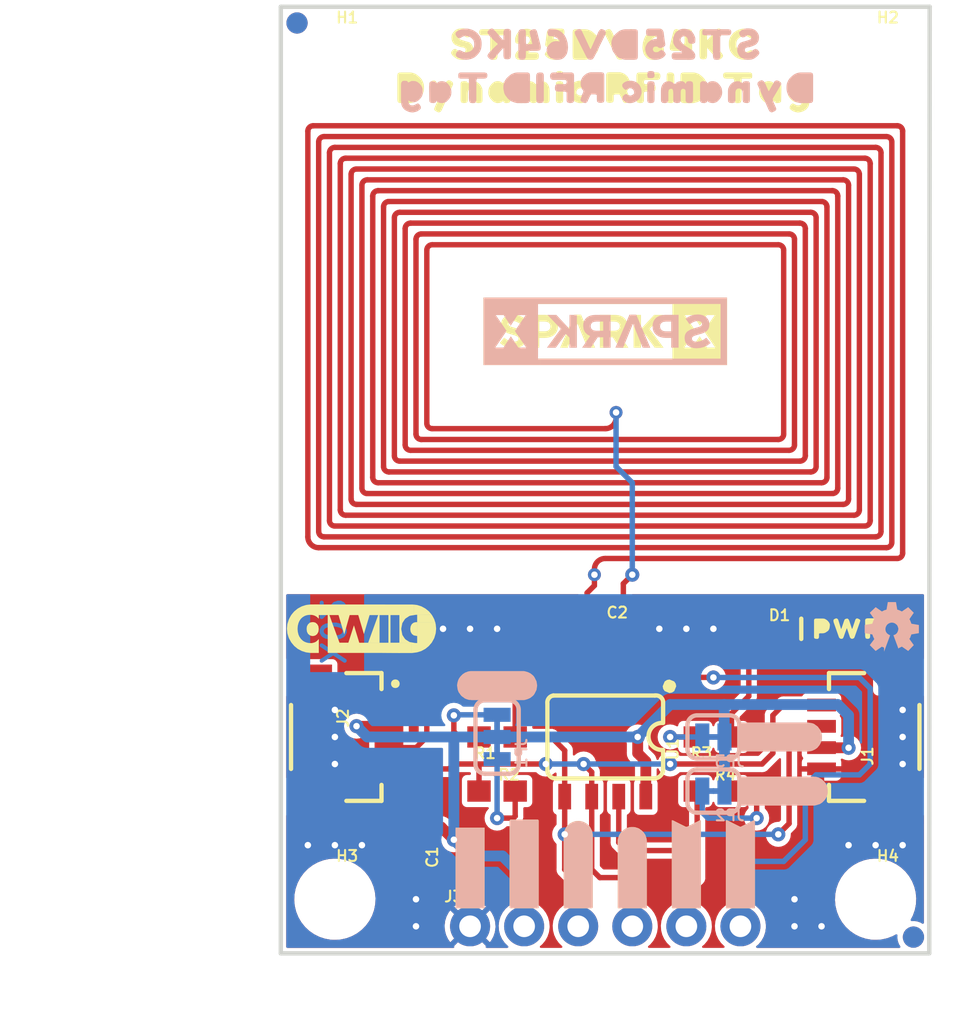
<source format=kicad_pcb>
(kicad_pcb (version 20211014) (generator pcbnew)
  (layers (0 "F.Cu" signal) (31 "B.Cu" signal) (34 "B.Paste" user) (35 "F.Paste" user) (36 "B.SilkS" user "B.Silkscreen") (37 "F.SilkS" user "F.Silkscreen") (38 "B.Mask" user) (39 "F.Mask" user) (44 "Edge.Cuts" user))
  (net 0 "")
  (net 1 "GND")
  (net 2 "3.3V")
  (net 3 "SCL")
  (net 4 "SDA")
  (net 5 "N$2")
  (net 6 "N$3")
  (net 7 "N$1")
  (net 8 "N$4")
  (net 9 "AC0")
  (net 10 "AC1")
  (net 11 "VEH")
  (net 12 "~{GPO}")
  (net 13 "N$5")
  (footprint "eagleBoard:FIDUCIAL-1X2" (layer "F.Cu") (at 162.9791 126.4666)
    (fp_text reference "FD4" hide)
    (fp_text value "FIDUCIAL1X2" hide)
    (pad "1" smd roundrect (at 0 0) (size 1 1) (layers "F.Cu" "F.Mask") (roundrect_rratio 0.5))
  )
  (footprint "eagleBoard:#SDA#5" (layer "F.Cu") (at 147.2311 125.4506 90)
    (fp_text reference "U$5" hide)
    (fp_text value "" hide)
  )
  (footprint "eagleBoard:DYNAMIC_RFID_TAG0" (layer "F.Cu") (at 148.5011 86.5886)
    (fp_text reference "U$10" hide)
    (fp_text value "" hide)
  )
  (footprint "eagleBoard:0603" (layer "F.Cu") (at 153.5811 119.6086)
    (fp_text reference "R4" (at 0 -0.762) (layer "F.SilkS") (effects (font (size 0.512064 0.512064) (thickness 0.097536)) (justify left)))
    (fp_text value "10k")
    (pad "1" smd rect (at -0.85 0) (size 1.1 1) (layers "F.Cu" "F.Paste" "F.Mask") (net 12 "~{GPO}"))
    (pad "2" smd rect (at 0.85 0) (size 1.1 1) (layers "F.Cu" "F.Paste" "F.Mask") (net 13 "N$5"))
  )
  (footprint "eagleBoard:STAND-OFF" (layer "F.Cu") (at 161.2011 124.6886)
    (fp_text reference "H4" (at 0 -2.032) (layer "F.SilkS") (effects (font (size 0.512064 0.512064) (thickness 0.097536)) (justify left)))
    (fp_text value "STAND-OFF")
    (pad "" np_thru_hole circle (at 0 0) (size 3.302 3.302) (drill 3.302) (layers *.Cu *.Mask))
  )
  (footprint "eagleBoard:##GPO##8" (layer "F.Cu") (at 152.3111 125.4506 90)
    (fp_text reference "U$7" hide)
    (fp_text value "" hide)
  )
  (footprint "eagleBoard:STAND-OFF" (layer "F.Cu") (at 161.2011 85.3186)
    (fp_text reference "H2" (at 0 -2.032) (layer "F.SilkS") (effects (font (size 0.512064 0.512064) (thickness 0.097536)) (justify left)))
    (fp_text value "STAND-OFF")
    (pad "" np_thru_hole circle (at 0 0) (size 3.302 3.302) (drill 3.302) (layers *.Cu *.Mask))
  )
  (footprint "eagleBoard:0603" (layer "F.Cu") (at 139.6111 122.1486 -90)
    (fp_text reference "C1" (at 0 -0.762 90) (layer "F.SilkS") (effects (font (size 0.512064 0.512064) (thickness 0.097536)) (justify right)))
    (fp_text value "0.1uF")
    (pad "1" smd rect (at -0.85 0 270) (size 1.1 1) (layers "F.Cu" "F.Paste" "F.Mask") (net 2 "3.3V"))
    (pad "2" smd rect (at 0.85 0 270) (size 1.1 1) (layers "F.Cu" "F.Paste" "F.Mask") (net 1 "GND"))
  )
  (footprint "eagleBoard:PCB_4UH_INDUCTOR" (layer "F.Cu") (at 148.5011 109.4486)
    (fp_text reference "L1" hide)
    (fp_text value "PCB_4UH_INDUCTOR" hide)
    (fp_line (start 10.668 -18.034) (end -10.668 -18.034) (layer "F.Cu") (width 0.254))
    (fp_line (start -9.144 -5.842) (end 8.636 -5.842) (layer "F.Cu") (width 0.254))
    (fp_line (start 9.652 -17.018) (end -9.652 -17.018) (layer "F.Cu") (width 0.254))
    (fp_line (start 13.208 -20.574) (end -13.208 -20.574) (layer "F.Cu") (width 0.254))
    (fp_line (start 8.89 -6.096) (end 8.89 -15.748) (layer "F.Cu") (width 0.254))
    (fp_line (start -8.382 -15.24) (end -8.382 -7.112) (layer "F.Cu") (width 0.254))
    (fp_line (start -9.906 -16.764) (end -9.906 -5.588) (layer "F.Cu") (width 0.254))
    (fp_line (start 8.382 -6.604) (end 8.382 -15.24) (layer "F.Cu") (width 0.254))
    (fp_line (start 12.954 -2.032) (end 12.954 -19.812) (layer "F.Cu") (width 0.254))
    (fp_line (start -11.176 -3.81) (end 10.668 -3.81) (layer "F.Cu") (width 0.254))
    (fp_line (start -9.398 -16.256) (end -9.398 -6.096) (layer "F.Cu") (width 0.254))
    (fp_line (start 13.462 -1.524) (end 13.462 -20.32) (layer "F.Cu") (width 0.254))
    (fp_line (start 11.938 -3.048) (end 11.938 -18.796) (layer "F.Cu") (width 0.254))
    (fp_line (start -12.7 -2.286) (end 12.192 -2.286) (layer "F.Cu") (width 0.254))
    (fp_line (start -0.508 -0.254) (end -0.508 0) (layer "F.Cu") (width 0.254))
    (fp_line (start -13.97 -20.828) (end -13.97 -1.778) (layer "F.Cu") (width 0.254))
    (fp_line (start -8.128 -6.858) (end 0 -6.858) (layer "F.Cu") (width 0.254))
    (fp_line (start -11.684 -3.302) (end 11.176 -3.302) (layer "F.Cu") (width 0.254))
    (fp_line (start 13.97 -1.016) (end 13.97 -20.828) (layer "F.Cu") (width 0.254))
    (fp_line (start 11.43 -3.556) (end 11.43 -18.288) (layer "F.Cu") (width 0.254))
    (fp_line (start 0.508 -7.366) (end 0.508 -7.62) (layer "F.Cu") (width 0.254))
    (fp_line (start -12.192 -2.794) (end 11.684 -2.794) (layer "F.Cu") (width 0.254))
    (fp_line (start 12.7 -20.066) (end -12.7 -20.066) (layer "F.Cu") (width 0.254))
    (fp_line (start -13.462 -1.27) (end 13.208 -1.27) (layer "F.Cu") (width 0.254))
    (fp_line (start 12.192 -19.558) (end -12.192 -19.558) (layer "F.Cu") (width 0.254))
    (fp_line (start -8.89 -15.748) (end -8.89 -6.604) (layer "F.Cu") (width 0.254))
    (fp_line (start 10.922 -4.064) (end 10.922 -17.78) (layer "F.Cu") (width 0.254))
    (fp_line (start 9.906 -5.08) (end 9.906 -16.764) (layer "F.Cu") (width 0.254))
    (fp_line (start -8.636 -6.35) (end 8.128 -6.35) (layer "F.Cu") (width 0.254))
    (fp_line (start -11.43 -18.288) (end -11.43 -4.064) (layer "F.Cu") (width 0.254))
    (fp_line (start 11.176 -18.542) (end -11.176 -18.542) (layer "F.Cu") (width 0.254))
    (fp_line (start 10.16 -17.526) (end -10.16 -17.526) (layer "F.Cu") (width 0.254))
    (fp_line (start -10.922 -17.78) (end -10.922 -4.572) (layer "F.Cu") (width 0.254))
    (fp_line (start 0 -0.762) (end 13.716 -0.762) (layer "F.Cu") (width 0.254))
    (fp_line (start -12.954 -19.812) (end -12.954 -2.54) (layer "F.Cu") (width 0.254))
    (fp_line (start 13.716 -21.082) (end -13.716 -21.082) (layer "F.Cu") (width 0.254))
    (fp_line (start 11.684 -19.05) (end -11.684 -19.05) (layer "F.Cu") (width 0.254))
    (fp_line (start 9.144 -16.51) (end -9.144 -16.51) (layer "F.Cu") (width 0.254))
    (fp_line (start -13.462 -20.32) (end -13.462 -2.032) (layer "F.Cu") (width 0.254))
    (fp_line (start -10.414 -17.272) (end -10.414 -5.08) (layer "F.Cu") (width 0.254))
    (fp_line (start 10.414 -4.572) (end 10.414 -17.272) (layer "F.Cu") (width 0.254))
    (fp_line (start 12.446 -2.54) (end 12.446 -19.304) (layer "F.Cu") (width 0.254))
    (fp_line (start -11.938 -18.796) (end -11.938 -3.556) (layer "F.Cu") (width 0.254))
    (fp_line (start 8.636 -16.002) (end -8.636 -16.002) (layer "F.Cu") (width 0.254))
    (fp_line (start -10.16 -4.826) (end 9.652 -4.826) (layer "F.Cu") (width 0.254))
    (fp_line (start -9.652 -5.334) (end 9.144 -5.334) (layer "F.Cu") (width 0.254))
    (fp_line (start 8.128 -15.494) (end -8.128 -15.494) (layer "F.Cu") (width 0.254))
    (fp_line (start -10.668 -4.318) (end 10.16 -4.318) (layer "F.Cu") (width 0.254))
    (fp_line (start -13.208 -1.778) (end 12.7 -1.778) (layer "F.Cu") (width 0.254))
    (fp_line (start -12.446 -19.304) (end -12.446 -3.048) (layer "F.Cu") (width 0.254))
    (fp_line (start 9.398 -5.588) (end 9.398 -16.256) (layer "F.Cu") (width 0.254))
    (fp_arc (start 8.636 -16.002) (mid 8.815605 -15.927605) (end 8.89 -15.748) (layer "F.Cu") (width 0.254))
    (fp_arc (start -13.462 -1.27) (mid -13.82121 -1.41879) (end -13.97 -1.778) (layer "F.Cu") (width 0.254))
    (fp_arc (start 8.89 -6.096) (mid 8.815605 -5.916395) (end 8.636 -5.842) (layer "F.Cu") (width 0.254))
    (fp_arc (start 8.382 -6.604) (mid 8.307605 -6.424395) (end 8.128 -6.35) (layer "F.Cu") (width 0.254))
    (fp_arc (start 12.7 -20.066) (mid 12.879605 -19.991605) (end 12.954 -19.812) (layer "F.Cu") (width 0.254))
    (fp_arc (start -11.176 -3.81) (mid -11.355605 -3.884395) (end -11.43 -4.064) (layer "F.Cu") (width 0.254))
    (fp_arc (start -8.382 -15.24) (mid -8.307605 -15.419605) (end -8.128 -15.494) (layer "F.Cu") (width 0.254))
    (fp_arc (start -10.16 -4.826) (mid -10.339605 -4.900395) (end -10.414 -5.08) (layer "F.Cu") (width 0.254))
    (fp_arc (start -10.414 -17.272) (mid -10.339605 -17.451605) (end -10.16 -17.526) (layer "F.Cu") (width 0.254))
    (fp_arc (start 10.16 -17.526) (mid 10.339605 -17.451605) (end 10.414 -17.272) (layer "F.Cu") (width 0.254))
    (fp_arc (start 13.208 -20.574) (mid 13.387605 -20.499605) (end 13.462 -20.32) (layer "F.Cu") (width 0.254))
    (fp_arc (start -9.144 -5.842) (mid -9.323605 -5.916395) (end -9.398 -6.096) (layer "F.Cu") (width 0.254))
    (fp_arc (start -13.97 -20.828) (mid -13.895605 -21.007605) (end -13.716 -21.082) (layer "F.Cu") (width 0.254))
    (fp_arc (start -12.446 -19.304) (mid -12.371605 -19.483605) (end -12.192 -19.558) (layer "F.Cu") (width 0.254))
    (fp_arc (start 10.668 -18.034) (mid 10.847605 -17.959605) (end 10.922 -17.78) (layer "F.Cu") (width 0.254))
    (fp_arc (start 0.508 -7.366) (mid 0.35921 -7.00679) (end 0 -6.858) (layer "F.Cu") (width 0.254))
    (fp_arc (start -9.652 -5.334) (mid -9.831605 -5.408395) (end -9.906 -5.588) (layer "F.Cu") (width 0.254))
    (fp_arc (start -10.922 -17.78) (mid -10.847605 -17.959605) (end -10.668 -18.034) (layer "F.Cu") (width 0.254))
    (fp_arc (start -12.192 -2.794) (mid -12.371605 -2.868395) (end -12.446 -3.048) (layer "F.Cu") (width 0.254))
    (fp_arc (start 9.652 -17.018) (mid 9.831605 -16.943605) (end 9.906 -16.764) (layer "F.Cu") (width 0.254))
    (fp_arc (start -9.398 -16.256) (mid -9.323605 -16.435605) (end -9.144 -16.51) (layer "F.Cu") (width 0.254))
    (fp_arc (start 10.922 -4.064) (mid 10.847605 -3.884395) (end 10.668 -3.81) (layer "F.Cu") (width 0.254))
    (fp_arc (start -12.7 -2.286) (mid -12.879605 -2.360395) (end -12.954 -2.54) (layer "F.Cu") (width 0.254))
    (fp_arc (start 11.684 -19.05) (mid 11.863605 -18.975605) (end 11.938 -18.796) (layer "F.Cu") (width 0.254))
    (fp_arc (start -8.89 -15.748) (mid -8.815605 -15.927605) (end -8.636 -16.002) (layer "F.Cu") (width 0.254))
    (fp_arc (start -0.508001 -0.253999) (mid -0.359211 -0.61321) (end 0 -0.762) (layer "F.Cu") (width 0.254))
    (fp_arc (start -11.684 -3.302) (mid -11.863605 -3.376395) (end -11.938 -3.556) (layer "F.Cu") (width 0.254))
    (fp_arc (start 13.462 -1.524) (mid 13.387605 -1.344395) (end 13.208 -1.27) (layer "F.Cu") (width 0.254))
    (fp_arc (start 11.176 -18.542) (mid 11.355605 -18.467605) (end 11.43 -18.288) (layer "F.Cu") (width 0.254))
    (fp_arc (start 9.398 -5.588) (mid 9.323605 -5.408395) (end 9.144 -5.334) (layer "F.Cu") (width 0.254))
    (fp_arc (start -13.462 -20.32) (mid -13.387605 -20.499605) (end -13.208 -20.574) (layer "F.Cu") (width 0.254))
    (fp_arc (start -13.208 -1.778) (mid -13.387605 -1.852395) (end -13.462 -2.032) (layer "F.Cu") (width 0.254))
    (fp_arc (start 13.97 -1.016) (mid 13.895605 -0.836395) (end 13.716 -0.762) (layer "F.Cu") (width 0.254))
    (fp_arc (start -11.43 -18.288) (mid -11.355605 -18.467605) (end -11.176 -18.542) (layer "F.Cu") (width 0.254))
    (fp_arc (start 12.446 -2.54) (mid 12.371605 -2.360395) (end 12.192 -2.286) (layer "F.Cu") (width 0.254))
    (fp_arc (start -11.938 -18.796) (mid -11.863605 -18.975605) (end -11.684 -19.05) (layer "F.Cu") (width 0.254))
    (fp_arc (start -9.906 -16.764) (mid -9.831605 -16.943605) (end -9.652 -17.018) (layer "F.Cu") (width 0.254))
    (fp_arc (start 8.128 -15.494) (mid 8.307605 -15.419605) (end 8.382 -15.24) (layer "F.Cu") (width 0.254))
    (fp_arc (start 11.43 -3.556) (mid 11.355605 -3.376395) (end 11.176 -3.302) (layer "F.Cu") (width 0.254))
    (fp_arc (start 10.414 -4.572) (mid 10.339605 -4.392395) (end 10.16 -4.318) (layer "F.Cu") (width 0.254))
    (fp_arc (start 12.192 -19.558) (mid 12.371605 -19.483605) (end 12.446 -19.304) (layer "F.Cu") (width 0.254))
    (fp_arc (start 9.906 -5.08) (mid 9.831605 -4.900395) (end 9.652 -4.826) (layer "F.Cu") (width 0.254))
    (fp_arc (start 13.716 -21.082) (mid 13.895605 -21.007605) (end 13.97 -20.828) (layer "F.Cu") (width 0.254))
    (fp_arc (start -8.128 -6.858) (mid -8.307605 -6.932395) (end -8.382 -7.112) (layer "F.Cu") (width 0.254))
    (fp_arc (start -8.636 -6.35) (mid -8.815605 -6.424395) (end -8.89 -6.604) (layer "F.Cu") (width 0.254))
    (fp_arc (start 12.954 -2.032) (mid 12.879605 -1.852395) (end 12.7 -1.778) (layer "F.Cu") (width 0.254))
    (fp_arc (start 11.938 -3.048) (mid 11.863605 -2.868395) (end 11.684 -2.794) (layer "F.Cu") (width 0.254))
    (fp_arc (start -12.954 -19.812) (mid -12.879605 -19.991605) (end -12.7 -20.066) (layer "F.Cu") (width 0.254))
    (fp_arc (start -10.668 -4.318) (mid -10.847605 -4.392395) (end -10.922 -4.572) (layer "F.Cu") (width 0.254))
    (fp_arc (start 9.144 -16.51) (mid 9.323605 -16.435605) (end 9.398 -16.256) (layer "F.Cu") (width 0.254))
    (pad "IN1" thru_hole circle (at 0.508 -7.62) (size 0.6096 0.6096) (drill 0.3048) (layers *.Cu) (net 9 "AC0"))
    (pad "IN2" thru_hole circle (at -0.508 0) (size 0.6096 0.6096) (drill 0.3048) (layers *.Cu) (net 10 "AC1"))
  )
  (footprint "eagleBoard:0603" (layer "F.Cu") (at 143.4211 119.6086)
    (fp_text reference "R2" (at 0 -0.762) (layer "F.SilkS") (effects (font (size 0.512064 0.512064) (thickness 0.097536)) (justify left)))
    (fp_text value "2.2k")
    (pad "1" smd rect (at -0.85 0) (size 1.1 1) (layers "F.Cu" "F.Paste" "F.Mask") (net 3 "SCL"))
    (pad "2" smd rect (at 0.85 0) (size 1.1 1) (layers "F.Cu" "F.Paste" "F.Mask") (net 6 "N$3"))
  )
  (footprint "eagleBoard:JST04_1MM_RA" (layer "F.Cu") (at 138.3411 117.0686 -90)
    (fp_text reference "J2" (at -1.397 2.159 90) (layer "F.SilkS") (effects (font (size 0.512064 0.512064) (thickness 0.097536)) (justify right)))
    (fp_text value "Qwiic")
    (pad "1" smd rect (at -1.5 0 270) (size 0.6 1.35) (layers "F.Cu" "F.Paste" "F.Mask") (net 1 "GND"))
    (pad "2" smd rect (at -0.5 0 270) (size 0.6 1.35) (layers "F.Cu" "F.Paste" "F.Mask") (net 2 "3.3V"))
    (pad "3" smd rect (at 0.5 0 270) (size 0.6 1.35) (layers "F.Cu" "F.Paste" "F.Mask") (net 4 "SDA"))
    (pad "4" smd rect (at 1.5 0 270) (size 0.6 1.35) (layers "F.Cu" "F.Paste" "F.Mask") (net 3 "SCL"))
    (pad "NC1" smd rect (at 2.8 3.675 270) (size 1.2 2) (layers "F.Cu" "F.Paste" "F.Mask"))
    (pad "NC2" smd rect (at -2.8 3.675 270) (size 1.2 2) (layers "F.Cu" "F.Paste" "F.Mask"))
  )
  (footprint "eagleBoard:#VEH#7" (layer "F.Cu") (at 154.8511 125.4506 90)
    (fp_text reference "U$8" hide)
    (fp_text value "" hide)
  )
  (footprint "eagleBoard:STAND-OFF" (layer "F.Cu") (at 135.8011 85.3186)
    (fp_text reference "H1" (at 0 -2.032) (layer "F.SilkS") (effects (font (size 0.512064 0.512064) (thickness 0.097536)) (justify left)))
    (fp_text value "STAND-OFF")
    (pad "" np_thru_hole circle (at 0 0) (size 3.302 3.302) (drill 3.302) (layers *.Cu *.Mask))
  )
  (footprint "eagleBoard:0603" (layer "F.Cu") (at 148.5011 111.9886)
    (fp_text reference "C2" (at 0 -0.762) (layer "F.SilkS") (effects (font (size 0.512064 0.512064) (thickness 0.097536)) (justify left)))
    (fp_text value "4.7pF")
    (pad "1" smd rect (at -0.85 0) (size 1.1 1) (layers "F.Cu" "F.Paste" "F.Mask") (net 10 "AC1"))
    (pad "2" smd rect (at 0.85 0) (size 1.1 1) (layers "F.Cu" "F.Paste" "F.Mask") (net 9 "AC0"))
  )
  (footprint "eagleBoard:JST04_1MM_RA" (layer "F.Cu") (at 158.6611 117.0686 90)
    (fp_text reference "J1" (at -1.397 2.159 90) (layer "F.SilkS") (effects (font (size 0.512064 0.512064) (thickness 0.097536)) (justify left)))
    (fp_text value "Qwiic")
    (pad "1" smd rect (at -1.5 0 90) (size 0.6 1.35) (layers "F.Cu" "F.Paste" "F.Mask") (net 1 "GND"))
    (pad "2" smd rect (at -0.5 0 90) (size 0.6 1.35) (layers "F.Cu" "F.Paste" "F.Mask") (net 2 "3.3V"))
    (pad "3" smd rect (at 0.5 0 90) (size 0.6 1.35) (layers "F.Cu" "F.Paste" "F.Mask") (net 4 "SDA"))
    (pad "4" smd rect (at 1.5 0 90) (size 0.6 1.35) (layers "F.Cu" "F.Paste" "F.Mask") (net 3 "SCL"))
    (pad "NC1" smd rect (at 2.8 3.675 90) (size 1.2 2) (layers "F.Cu" "F.Paste" "F.Mask"))
    (pad "NC2" smd rect (at -2.8 3.675 90) (size 1.2 2) (layers "F.Cu" "F.Paste" "F.Mask"))
  )
  (footprint "eagleBoard:ST25DV64KC5984" (layer "F.Cu") (at 148.5011 84.5566)
    (fp_text reference "U$13" hide)
    (fp_text value "" hide)
  )
  (footprint "eagleBoard:#GND#4" (layer "F.Cu") (at 142.1511 125.4506 90)
    (fp_text reference "U$4" hide)
    (fp_text value "" hide)
  )
  (footprint "eagleBoard:0603" (layer "F.Cu") (at 143.4211 117.0686 180)
    (fp_text reference "R1" (at 0 -0.762) (layer "F.SilkS") (effects (font (size 0.512064 0.512064) (thickness 0.097536)) (justify right)))
    (fp_text value "2.2k")
    (pad "1" smd rect (at -0.85 0 180) (size 1.1 1) (layers "F.Cu" "F.Paste" "F.Mask") (net 4 "SDA"))
    (pad "2" smd rect (at 0.85 0 180) (size 1.1 1) (layers "F.Cu" "F.Paste" "F.Mask") (net 5 "N$2"))
  )
  (footprint "eagleBoard:PWR11" (layer "F.Cu") (at 159.9311 111.9886)
    (fp_text reference "U$9" hide)
    (fp_text value "" hide)
  )
  (footprint "eagleBoard:SPARKX-LARGE" (layer "F.Cu") (at 148.5011 98.0186)
    (fp_text reference "U$1" hide)
    (fp_text value "SPARKX-LOGO5" hide)
  )
  (footprint "eagleBoard:SO08" (layer "F.Cu") (at 148.5011 117.0686 180)
    (fp_text reference "U1" (at -3.175 0 90) (layer "F.SilkS") (effects (font (size 0.512064 0.512064) (thickness 0.097536)) (justify right)))
    (fp_text value "ST25DV64KC")
    (pad "1" smd rect (at -1.905 2.8 180) (size 0.6 1.2) (layers "F.Cu" "F.Paste" "F.Mask") (net 11 "VEH"))
    (pad "2" smd rect (at -0.635 2.8 180) (size 0.6 1.2) (layers "F.Cu" "F.Paste" "F.Mask") (net 9 "AC0"))
    (pad "3" smd rect (at 0.635 2.8 180) (size 0.6 1.2) (layers "F.Cu" "F.Paste" "F.Mask") (net 10 "AC1"))
    (pad "4" smd rect (at 1.905 2.8 180) (size 0.6 1.2) (layers "F.Cu" "F.Paste" "F.Mask") (net 1 "GND"))
    (pad "5" smd rect (at 1.905 -2.8 180) (size 0.6 1.2) (layers "F.Cu" "F.Paste" "F.Mask") (net 4 "SDA"))
    (pad "6" smd rect (at 0.635 -2.8 180) (size 0.6 1.2) (layers "F.Cu" "F.Paste" "F.Mask") (net 3 "SCL"))
    (pad "7" smd rect (at -0.635 -2.8 180) (size 0.6 1.2) (layers "F.Cu" "F.Paste" "F.Mask") (net 12 "~{GPO}"))
    (pad "8" smd rect (at -1.905 -2.8 180) (size 0.6 1.2) (layers "F.Cu" "F.Paste" "F.Mask") (net 2 "3.3V"))
  )
  (footprint "eagleBoard:#3#3V#0" (layer "F.Cu") (at 144.6911 125.4506 90)
    (fp_text reference "U$3" hide)
    (fp_text value "" hide)
  )
  (footprint "eagleBoard:QWIIC_7MM" (layer "F.Cu") (at 137.0711 111.9886)
    (fp_text reference "LOGO3" hide)
    (fp_text value "QWIIC_LOGO_7MM" hide)
  )
  (footprint "eagleBoard:1X06_NO_SILK" (layer "F.Cu") (at 142.1511 125.9586)
    (fp_text reference "J3" (at -1.27 -1.397) (layer "F.SilkS") (effects (font (size 0.512064 0.512064) (thickness 0.097536)) (justify left)))
    (fp_text value "")
    (pad "1" thru_hole circle (at 0 0 90) (size 1.8796 1.8796) (drill 1.016) (layers *.Cu *.Mask) (net 1 "GND"))
    (pad "2" thru_hole circle (at 2.54 0 90) (size 1.8796 1.8796) (drill 1.016) (layers *.Cu *.Mask) (net 2 "3.3V"))
    (pad "3" thru_hole circle (at 5.08 0 90) (size 1.8796 1.8796) (drill 1.016) (layers *.Cu *.Mask) (net 4 "SDA"))
    (pad "4" thru_hole circle (at 7.62 0 90) (size 1.8796 1.8796) (drill 1.016) (layers *.Cu *.Mask) (net 3 "SCL"))
    (pad "5" thru_hole circle (at 10.16 0 90) (size 1.8796 1.8796) (drill 1.016) (layers *.Cu *.Mask) (net 12 "~{GPO}"))
    (pad "6" thru_hole circle (at 12.7 0 90) (size 1.8796 1.8796) (drill 1.016) (layers *.Cu *.Mask) (net 11 "VEH"))
  )
  (footprint "eagleBoard:FIDUCIAL-1X2" (layer "F.Cu") (at 134.0231 83.5406)
    (fp_text reference "FD2" hide)
    (fp_text value "FIDUCIAL1X2" hide)
    (pad "1" smd roundrect (at 0 0) (size 1 1) (layers "F.Cu" "F.Mask") (roundrect_rratio 0.5))
  )
  (footprint "eagleBoard:#SCL#6" (layer "F.Cu") (at 149.7711 125.4506 90)
    (fp_text reference "U$6" hide)
    (fp_text value "" hide)
  )
  (footprint "eagleBoard:0603" (layer "F.Cu") (at 153.5811 117.0686 180)
    (fp_text reference "R3" (at 0 -0.762) (layer "F.SilkS") (effects (font (size 0.512064 0.512064) (thickness 0.097536)) (justify right)))
    (fp_text value "1k")
    (pad "1" smd rect (at -0.85 0 180) (size 1.1 1) (layers "F.Cu" "F.Paste" "F.Mask") (net 8 "N$4"))
    (pad "2" smd rect (at 0.85 0 180) (size 1.1 1) (layers "F.Cu" "F.Paste" "F.Mask") (net 7 "N$1"))
  )
  (footprint "eagleBoard:STAND-OFF" (layer "F.Cu") (at 135.8011 124.6886)
    (fp_text reference "H3" (at 0 -2.032) (layer "F.SilkS") (effects (font (size 0.512064 0.512064) (thickness 0.097536)) (justify left)))
    (fp_text value "STAND-OFF")
    (pad "" np_thru_hole circle (at 0 0) (size 3.302 3.302) (drill 3.302) (layers *.Cu *.Mask))
  )
  (footprint "eagleBoard:DUMMY" (layer "F.Cu") (at 133.2611 127.2286)
    (fp_text reference "FRAME1" hide)
    (fp_text value "FRAME-LETTERNO_PACKAGE" hide)
  )
  (footprint "eagleBoard:LED-0603" (layer "F.Cu") (at 156.1211 111.9886)
    (fp_text reference "D1" (at 0 -0.635) (layer "F.SilkS") (effects (font (size 0.512064 0.512064) (thickness 0.097536)) (justify left)))
    (fp_text value "RED")
    (pad "A" smd roundrect (at -0.877 0 270) (size 1 1) (layers "F.Cu" "F.Paste" "F.Mask") (roundrect_rratio 0.15) (net 8 "N$4"))
    (pad "C" smd roundrect (at 0.877 0 270) (size 1 1) (layers "F.Cu" "F.Paste" "F.Mask") (roundrect_rratio 0.15) (net 1 "GND"))
  )
  (footprint "eagleBoard:SMT-JUMPER_3_2-NC_TRACE_SILK" (layer "B.Cu") (at 143.4211 117.0686 90)
    (fp_text reference "JP1" (at 0 1.143 90) (layer "B.SilkS") (effects (font (size 0.512064 0.512064) (thickness 0.097536)) (justify left mirror)))
    (fp_text value "JUMPER-SMT_3_2-NC_TRACE_SILK")
    (fp_poly (pts (xy 0.53975 -0.13335) (xy -0.53975 -0.13335) (xy -0.53975 0.13335) (xy 0.53975 0.13335)) (layer "B.Cu") (width 0) (fill solid))
    (fp_poly (pts (xy 1.23825 -0.13335) (xy 0.50165 -0.13335) (xy 0.50165 0.13335) (xy 1.23825 0.13335)) (layer "B.Cu") (width 0) (fill solid))
    (fp_poly (pts (xy -0.50165 -0.13335) (xy -1.23825 -0.13335) (xy -1.23825 0.13335) (xy -0.50165 0.13335)) (layer "B.Cu") (width 0) (fill solid))
    (pad "1" smd rect (at -1.0414 0 90) (size 0.6604 1.27) (layers "B.Cu" "B.Mask") (net 6 "N$3"))
    (pad "2" smd rect (at 0 0 90) (size 0.6604 1.27) (layers "B.Cu" "B.Mask") (net 2 "3.3V"))
    (pad "3" smd rect (at 1.0414 0 90) (size 0.6604 1.27) (layers "B.Cu" "B.Mask") (net 5 "N$2"))
  )
  (footprint "eagleBoard:##GPO##8" (layer "B.Cu") (at 152.3111 125.4506 90)
    (fp_text reference "U$22" hide)
    (fp_text value "" hide)
  )
  (footprint "eagleBoard:FIDUCIAL-1X2" (layer "B.Cu") (at 134.0231 83.5406 180)
    (fp_text reference "FD1" hide)
    (fp_text value "FIDUCIAL1X2" hide)
    (pad "1" smd roundrect (at 0 0 180) (size 1 1) (layers "B.Cu" "B.Mask") (roundrect_rratio 0.5))
  )
  (footprint "eagleBoard:#VEH#7" (layer "B.Cu") (at 154.8511 125.4506 90)
    (fp_text reference "U$23" hide)
    (fp_text value "" hide)
  )
  (footprint "eagleBoard:SPARKX-LARGE" (layer "B.Cu") (at 148.5011 98.0186 180)
    (fp_text reference "U$2" hide)
    (fp_text value "SPARKX-LOGO5" hide)
  )
  (footprint "eagleBoard:DYNAMIC_RFID_TAG0" (layer "B.Cu") (at 148.5011 86.5886 180)
    (fp_text reference "U$11" hide)
    (fp_text value "" hide)
  )
  (footprint "eagleBoard:#SCL#6" (layer "B.Cu") (at 149.7711 125.4506 90)
    (fp_text reference "U$21" hide)
    (fp_text value "" hide)
  )
  (footprint "eagleBoard:#LED#10" (layer "B.Cu") (at 154.4701 117.0686 180)
    (fp_text reference "U$17" hide)
    (fp_text value "" hide)
  )
  (footprint "eagleBoard:SMT-JUMPER_2_NC_TRACE_SILK" (layer "B.Cu") (at 153.5811 117.0686)
    (fp_text reference "JP3" (at 0 1.143) (layer "B.SilkS") (effects (font (size 0.512064 0.512064) (thickness 0.097536)) (justify right mirror)))
    (fp_text value "JUMPER-SMT_2_NC_TRACE_SILK")
    (fp_poly (pts (xy 0.03175 -0.13335) (xy -0.70485 -0.13335) (xy -0.70485 0.13335) (xy 0.03175 0.13335)) (layer "B.Cu") (width 0) (fill solid))
    (fp_poly (pts (xy 0.70485 -0.13335) (xy -0.03175 -0.13335) (xy -0.03175 0.13335) (xy 0.70485 0.13335)) (layer "B.Cu") (width 0) (fill solid))
    (pad "1" smd rect (at -0.5207 0) (size 0.6604 1.27) (layers "B.Cu" "B.Mask") (net 7 "N$1"))
    (pad "2" smd rect (at 0.5207 0) (size 0.6604 1.27) (layers "B.Cu" "B.Mask") (net 2 "3.3V"))
  )
  (footprint "eagleBoard:#I2C#11" (layer "B.Cu") (at 143.4211 114.6556 180)
    (fp_text reference "U$15" hide)
    (fp_text value "" hide)
  )
  (footprint "eagleBoard:FIDUCIAL-1X2" (layer "B.Cu") (at 162.9791 126.4666 180)
    (fp_text reference "FD3" hide)
    (fp_text value "FIDUCIAL1X2" hide)
    (pad "1" smd roundrect (at 0 0 180) (size 1 1) (layers "B.Cu" "B.Mask") (roundrect_rratio 0.5))
  )
  (footprint "eagleBoard:SMT-JUMPER_2_NC_TRACE_SILK" (layer "B.Cu") (at 153.5811 119.6086)
    (fp_text reference "JP2" (at 0 1.143) (layer "B.SilkS") (effects (font (size 0.512064 0.512064) (thickness 0.097536)) (justify right mirror)))
    (fp_text value "JUMPER-SMT_2_NC_TRACE_SILK")
    (fp_poly (pts (xy 0.70485 -0.13335) (xy -0.03175 -0.13335) (xy -0.03175 0.13335) (xy 0.70485 0.13335)) (layer "B.Cu") (width 0) (fill solid))
    (fp_poly (pts (xy 0.03175 -0.13335) (xy -0.70485 -0.13335) (xy -0.70485 0.13335) (xy 0.03175 0.13335)) (layer "B.Cu") (width 0) (fill solid))
    (pad "1" smd rect (at -0.5207 0) (size 0.6604 1.27) (layers "B.Cu" "B.Mask") (net 13 "N$5"))
    (pad "2" smd rect (at 0.5207 0) (size 0.6604 1.27) (layers "B.Cu" "B.Mask") (net 2 "3.3V"))
  )
  (footprint "eagleBoard:#SDA#5" (layer "B.Cu") (at 147.2311 125.4506 90)
    (fp_text reference "U$20" hide)
    (fp_text value "" hide)
  )
  (footprint "eagleBoard:##GPO##9" (layer "B.Cu") (at 154.4701 119.6086 180)
    (fp_text reference "U$16" hide)
    (fp_text value "" hide)
  )
  (footprint "eagleBoard:ST25DV64KC5984" (layer "B.Cu") (at 148.5011 84.5566 180)
    (fp_text reference "U$24" hide)
    (fp_text value "" hide)
  )
  (footprint "eagleBoard:OSHW-LOGO-MINI" (layer "B.Cu") (at 161.9631 111.9886 180)
    (fp_text reference "LOGO1" hide)
    (fp_text value "OSHW-LOGOMINI" hide)
  )
  (footprint "eagleBoard:#GND#4" (layer "B.Cu") (at 142.1511 125.4506 90)
    (fp_text reference "U$18" hide)
    (fp_text value "" hide)
  )
  (footprint "eagleBoard:#3#3V#0" (layer "B.Cu") (at 144.6911 125.4506 90)
    (fp_text reference "U$19" hide)
    (fp_text value "" hide)
  )
  (gr_line (start 133.2611 127.2286) (end 163.7211 127.2286) (layer "Edge.Cuts") (width 0.2032))
  (gr_line (start 133.2611 82.7786) (end 133.2611 127.2286) (layer "Edge.Cuts") (width 0.2032))
  (gr_line (start 163.7211 127.2286) (end 163.7411 82.7786) (layer "Edge.Cuts") (width 0.2032))
  (gr_line (start 163.7411 82.7786) (end 133.2611 82.7786) (layer "Edge.Cuts") (width 0.2032))
  (gr_text "X02" (at 135.0391 113.7666 -90) (layer "B.Cu") (effects (font (size 1.0795 1.0795) (thickness 0.1905)) (justify left bottom mirror)))
  (via (at 140.8811 111.9886) (size 0.6604) (drill 0.3048) (layers "F.Cu" "B.Cu") (net 1))
  (via (at 161.2011 122.1486) (size 0.6604) (drill 0.3048) (layers "F.Cu" "B.Cu") (net 1))
  (via (at 135.8011 122.1486) (size 0.6604) (drill 0.3048) (layers "F.Cu" "B.Cu") (net 1))
  (via (at 135.8011 117.0686) (size 0.6604) (drill 0.3048) (layers "F.Cu" "B.Cu") (net 1))
  (via (at 142.1511 111.9886) (size 0.6604) (drill 0.3048) (layers "F.Cu" "B.Cu") (net 1))
  (via (at 162.4711 117.0686) (size 0.6604) (drill 0.3048) (layers "F.Cu" "B.Cu") (net 1))
  (via (at 162.4711 122.1486) (size 0.6604) (drill 0.3048) (layers "F.Cu" "B.Cu") (net 1))
  (via (at 137.0711 122.1486) (size 0.6604) (drill 0.3048) (layers "F.Cu" "B.Cu") (net 1))
  (via (at 157.3911 124.6886) (size 0.6604) (drill 0.3048) (layers "F.Cu" "B.Cu") (net 1))
  (via (at 159.9311 122.1486) (size 0.6604) (drill 0.3048) (layers "F.Cu" "B.Cu") (net 1))
  (via (at 143.4211 111.9886) (size 0.6604) (drill 0.3048) (layers "F.Cu" "B.Cu") (net 1))
  (via (at 135.8011 115.7986) (size 0.6604) (drill 0.3048) (layers "F.Cu" "B.Cu") (net 1))
  (via (at 135.8011 118.3386) (size 0.6604) (drill 0.3048) (layers "F.Cu" "B.Cu") (net 1))
  (via (at 153.5811 111.9886) (size 0.6604) (drill 0.3048) (layers "F.Cu" "B.Cu") (net 1))
  (via (at 152.3111 111.9886) (size 0.6604) (drill 0.3048) (layers "F.Cu" "B.Cu") (net 1))
  (via (at 139.6111 124.6886) (size 0.6604) (drill 0.3048) (layers "F.Cu" "B.Cu") (net 1))
  (via (at 157.3911 125.9586) (size 0.6604) (drill 0.3048) (layers "F.Cu" "B.Cu") (net 1))
  (via (at 162.4711 115.7986) (size 0.6604) (drill 0.3048) (layers "F.Cu" "B.Cu") (net 1))
  (via (at 162.4711 118.3386) (size 0.6604) (drill 0.3048) (layers "F.Cu" "B.Cu") (net 1))
  (via (at 139.6111 125.9586) (size 0.6604) (drill 0.3048) (layers "F.Cu" "B.Cu") (net 1))
  (via (at 158.6611 125.9586) (size 0.6604) (drill 0.3048) (layers "F.Cu" "B.Cu") (net 1))
  (via (at 151.0411 111.9886) (size 0.6604) (drill 0.3048) (layers "F.Cu" "B.Cu") (net 1))
  (via (at 134.5311 122.1486) (size 0.6604) (drill 0.3048) (layers "F.Cu" "B.Cu") (net 1))
  (segment (start 150.0251 117.8306) (end 150.0251 117.0686) (width 0.508) (layer "F.Cu") (net 2))
  (segment (start 159.9311 117.5766) (end 158.6691 117.5766) (width 0.508) (layer "F.Cu") (net 2))
  (segment (start 150.4061 118.2116) (end 150.0251 117.8306) (width 0.508) (layer "F.Cu") (net 2))
  (segment (start 136.8251 116.5686) (end 136.8171 116.5606) (width 0.508) (layer "F.Cu") (net 2))
  (segment (start 158.6691 117.5766) (end 158.6611 117.5686) (width 0.508) (layer "F.Cu") (net 2))
  (segment (start 139.6111 121.2986) (end 140.7931 121.2986) (width 0.508) (layer "F.Cu") (net 2))
  (segment (start 150.4061 119.8686) (end 150.4061 118.2116) (width 0.508) (layer "F.Cu") (net 2))
  (segment (start 140.7931 121.2986) (end 141.3891 121.8946) (width 0.508) (layer "F.Cu") (net 2))
  (segment (start 138.3411 116.5686) (end 136.8251 116.5686) (width 0.508) (layer "F.Cu") (net 2))
  (via (at 141.3891 121.8946) (size 0.6604) (drill 0.3048) (layers "F.Cu" "B.Cu") (net 2))
  (via (at 159.9311 117.5766) (size 0.6604) (drill 0.3048) (layers "F.Cu" "B.Cu") (net 2))
  (via (at 136.8171 116.5606) (size 0.6604) (drill 0.3048) (layers "F.Cu" "B.Cu") (net 2))
  (via (at 150.0251 117.0686) (size 0.6604) (drill 0.3048) (layers "F.Cu" "B.Cu") (net 2))
  (segment (start 154.0891 115.5446) (end 159.4231 115.5446) (width 0.508) (layer "B.Cu") (net 2))
  (segment (start 150.0251 117.0686) (end 151.5491 115.5446) (width 0.508) (layer "B.Cu") (net 2))
  (segment (start 154.1018 117.0686) (end 154.0891 117.0559) (width 0.508) (layer "B.Cu") (net 2))
  (segment (start 141.3891 117.0686) (end 141.3891 121.8946) (width 0.508) (layer "B.Cu") (net 2))
  (segment (start 136.8171 116.5606) (end 137.3251 117.0686) (width 0.508) (layer "B.Cu") (net 2))
  (segment (start 141.3891 117.0686) (end 143.4211 117.0686) (width 0.508) (layer "B.Cu") (net 2))
  (segment (start 154.1018 117.0686) (end 154.1018 119.6086) (width 0.508) (layer "B.Cu") (net 2))
  (segment (start 151.5491 115.5446) (end 154.0891 115.5446) (width 0.508) (layer "B.Cu") (net 2))
  (segment (start 137.3251 117.0686) (end 141.3891 117.0686) (width 0.508) (layer "B.Cu") (net 2))
  (segment (start 144.6911 123.6726) (end 144.6911 125.9586) (width 0.508) (layer "B.Cu") (net 2))
  (segment (start 159.9311 116.0526) (end 159.9311 117.5766) (width 0.508) (layer "B.Cu") (net 2))
  (segment (start 141.3891 121.8946) (end 142.1511 122.6566) (width 0.508) (layer "B.Cu") (net 2))
  (segment (start 159.4231 115.5446) (end 159.9311 116.0526) (width 0.508) (layer "B.Cu") (net 2))
  (segment (start 154.0891 117.0559) (end 154.0891 115.5446) (width 0.508) (layer "B.Cu") (net 2))
  (segment (start 143.6751 122.6566) (end 144.6911 123.6726) (width 0.508) (layer "B.Cu") (net 2))
  (segment (start 142.1511 122.6566) (end 143.6751 122.6566) (width 0.508) (layer "B.Cu") (net 2))
  (segment (start 143.4211 117.0686) (end 150.0251 117.0686) (width 0.508) (layer "B.Cu") (net 2))
  (segment (start 151.5491 118.3386) (end 155.8671 118.3386) (width 0.254) (layer "F.Cu") (net 3))
  (segment (start 142.5321 118.3386) (end 145.7071 118.3386) (width 0.254) (layer "F.Cu") (net 3))
  (segment (start 147.8661 123.2916) (end 148.2471 123.6726) (width 0.254) (layer "F.Cu") (net 3))
  (segment (start 138.3411 118.5686) (end 141.1591 118.5686) (width 0.254) (layer "F.Cu") (net 3))
  (segment (start 158.6371 115.5446) (end 158.6611 115.5686) (width 0.254) (layer "F.Cu") (net 3))
  (segment (start 148.2471 123.6726) (end 149.2631 123.6726) (width 0.254) (layer "F.Cu") (net 3))
  (segment (start 156.3751 116.0526) (end 156.8831 115.5446) (width 0.254) (layer "F.Cu") (net 3))
  (segment (start 149.2631 123.6726) (end 149.7711 124.1806) (width 0.254) (layer "F.Cu") (net 3))
  (segment (start 156.3751 117.8306) (end 156.3751 116.0526) (width 0.254) (layer "F.Cu") (net 3))
  (segment (start 149.7711 124.1806) (end 149.7711 125.9586) (width 0.254) (layer "F.Cu") (net 3))
  (segment (start 147.4851 118.3386) (end 147.8661 118.7196) (width 0.254) (layer "F.Cu") (net 3))
  (segment (start 142.5711 118.3776) (end 142.5321 118.3386) (width 0.254) (layer "F.Cu") (net 3))
  (segment (start 156.8831 115.5446) (end 158.6371 115.5446) (width 0.254) (layer "F.Cu") (net 3))
  (segment (start 142.5711 119.6086) (end 142.5711 118.3776) (width 0.254) (layer "F.Cu") (net 3))
  (segment (start 147.8661 118.7196) (end 147.8661 119.8686) (width 0.254) (layer "F.Cu") (net 3))
  (segment (start 141.3891 118.3386) (end 142.5321 118.3386) (width 0.254) (layer "F.Cu") (net 3))
  (segment (start 155.8671 118.3386) (end 156.3751 117.8306) (width 0.254) (layer "F.Cu") (net 3))
  (segment (start 147.8661 119.8686) (end 147.8661 123.2916) (width 0.254) (layer "F.Cu") (net 3))
  (segment (start 141.1591 118.5686) (end 141.3891 118.3386) (width 0.254) (layer "F.Cu") (net 3))
  (via (at 151.5491 118.3386) (size 0.6604) (drill 0.3048) (layers "F.Cu" "B.Cu") (net 3))
  (via (at 145.7071 118.3386) (size 0.6604) (drill 0.3048) (layers "F.Cu" "B.Cu") (net 3))
  (via (at 147.4851 118.3386) (size 0.6604) (drill 0.3048) (layers "F.Cu" "B.Cu") (net 3))
  (segment (start 147.4851 118.3386) (end 151.5491 118.3386) (width 0.254) (layer "B.Cu") (net 3))
  (segment (start 145.7071 118.3386) (end 147.4851 118.3386) (width 0.254) (layer "B.Cu") (net 3))
  (segment (start 146.5961 119.8686) (end 146.5961 121.6406) (width 0.254) (layer "F.Cu") (net 4))
  (segment (start 158.6611 116.5686) (end 157.3831 116.5686) (width 0.254) (layer "F.Cu") (net 4))
  (segment (start 146.5961 121.6406) (end 146.5961 123.2916) (width 0.254) (layer "F.Cu") (net 4))
  (segment (start 139.6191 117.5686) (end 140.1191 117.0686) (width 0.254) (layer "F.Cu") (net 4))
  (segment (start 146.5961 123.2916) (end 147.2311 123.9266) (width 0.254) (layer "F.Cu") (net 4))
  (segment (start 138.3411 117.5686) (end 139.6191 117.5686) (width 0.254) (layer "F.Cu") (net 4))
  (segment (start 145.9611 117.0686) (end 146.5961 117.7036) (width 0.254) (layer "F.Cu") (net 4))
  (segment (start 143.6751 114.7826) (end 144.2711 115.3786) (width 0.254) (layer "F.Cu") (net 4))
  (segment (start 140.1191 115.2906) (end 140.6271 114.7826) (width 0.254) (layer "F.Cu") (net 4))
  (segment (start 147.2311 123.9266) (end 147.2311 125.9586) (width 0.254) (layer "F.Cu") (net 4))
  (segment (start 157.1371 116.8146) (end 157.1371 121.1326) (width 0.254) (layer "F.Cu") (net 4))
  (segment (start 157.1371 121.1326) (end 156.6291 121.6406) (width 0.254) (layer "F.Cu") (net 4))
  (segment (start 140.1191 117.0686) (end 140.1191 115.2906) (width 0.254) (layer "F.Cu") (net 4))
  (segment (start 144.2711 115.3786) (end 144.2711 117.0686) (width 0.254) (layer "F.Cu") (net 4))
  (segment (start 157.3831 116.5686) (end 157.1371 116.8146) (width 0.254) (layer "F.Cu") (net 4))
  (segment (start 144.2711 117.0686) (end 145.9611 117.0686) (width 0.254) (layer "F.Cu") (net 4))
  (segment (start 146.5961 117.7036) (end 146.5961 119.8686) (width 0.254) (layer "F.Cu") (net 4))
  (segment (start 140.6271 114.7826) (end 143.6751 114.7826) (width 0.254) (layer "F.Cu") (net 4))
  (via (at 146.5961 121.6406) (size 0.6604) (drill 0.3048) (layers "F.Cu" "B.Cu") (net 4))
  (via (at 156.6291 121.6406) (size 0.6604) (drill 0.3048) (layers "F.Cu" "B.Cu") (net 4))
  (segment (start 156.6291 121.6406) (end 146.5961 121.6406) (width 0.254) (layer "B.Cu") (net 4))
  (segment (start 141.3891 116.8146) (end 141.3891 116.0526) (width 0.254) (layer "F.Cu") (net 5))
  (segment (start 141.6431 117.0686) (end 141.3891 116.8146) (width 0.254) (layer "F.Cu") (net 5))
  (segment (start 142.5711 117.0686) (end 141.6431 117.0686) (width 0.254) (layer "F.Cu") (net 5))
  (via (at 141.3891 116.0526) (size 0.6604) (drill 0.3048) (layers "F.Cu" "B.Cu") (net 5))
  (segment (start 141.4145 116.0272) (end 143.4211 116.0272) (width 0.254) (layer "B.Cu") (net 5))
  (segment (start 141.3891 116.0526) (end 141.4145 116.0272) (width 0.254) (layer "B.Cu") (net 5))
  (segment (start 144.1831 120.8786) (end 143.4211 120.8786) (width 0.254) (layer "F.Cu") (net 6))
  (segment (start 144.2711 119.6086) (end 144.2711 120.7906) (width 0.254) (layer "F.Cu") (net 6))
  (segment (start 144.2711 120.7906) (end 144.1831 120.8786) (width 0.254) (layer "F.Cu") (net 6))
  (via (at 143.4211 120.8786) (size 0.6604) (drill 0.3048) (layers "F.Cu" "B.Cu") (net 6))
  (segment (start 143.4211 118.11) (end 143.4211 120.8786) (width 0.254) (layer "B.Cu") (net 6))
  (segment (start 151.5491 117.0686) (end 152.7311 117.0686) (width 0.254) (layer "F.Cu") (net 7))
  (via (at 151.5491 117.0686) (size 0.6604) (drill 0.3048) (layers "F.Cu" "B.Cu") (net 7))
  (segment (start 153.0604 117.0686) (end 151.5491 117.0686) (width 0.254) (layer "B.Cu") (net 7))
  (segment (start 154.4311 115.9646) (end 155.2441 115.1516) (width 0.254) (layer "F.Cu") (net 8))
  (segment (start 155.2441 115.1516) (end 155.2441 111.9886) (width 0.254) (layer "F.Cu") (net 8))
  (segment (start 154.4311 117.0686) (end 154.4311 115.9646) (width 0.254) (layer "F.Cu") (net 8))
  (segment (start 149.3511 111.9886) (end 149.3511 109.8686) (width 0.254) (layer "F.Cu") (net 9))
  (segment (start 149.1361 113.1316) (end 149.3511 112.9166) (width 0.254) (layer "F.Cu") (net 9))
  (segment (start 149.3511 112.9166) (end 149.3511 111.9886) (width 0.254) (layer "F.Cu") (net 9))
  (segment (start 149.1361 114.2686) (end 149.1361 113.1316) (width 0.254) (layer "F.Cu") (net 9))
  (segment (start 149.3511 109.8686) (end 149.7711 109.4486) (width 0.254) (layer "F.Cu") (net 9))
  (via (at 149.7711 109.4486) (size 0.6604) (drill 0.3048) (layers "F.Cu" "B.Cu") (net 9))
  (segment (start 149.7711 109.4486) (end 149.7711 105.1306) (width 0.254) (layer "B.Cu") (net 9))
  (segment (start 149.0091 104.3686) (end 149.0091 101.8286) (width 0.254) (layer "B.Cu") (net 9))
  (segment (start 149.7711 105.1306) (end 149.0091 104.3686) (width 0.254) (layer "B.Cu") (net 9))
  (segment (start 147.6511 112.9166) (end 147.6511 111.9886) (width 0.254) (layer "F.Cu") (net 10))
  (segment (start 147.9931 109.4486) (end 147.9931 109.9566) (width 0.254) (layer "F.Cu") (net 10))
  (segment (start 147.8661 114.2686) (end 147.8661 113.1316) (width 0.254) (layer "F.Cu") (net 10))
  (segment (start 147.9931 109.9566) (end 147.6511 110.2986) (width 0.254) (layer "F.Cu") (net 10))
  (segment (start 147.6511 110.2986) (end 147.6511 111.9886) (width 0.254) (layer "F.Cu") (net 10))
  (segment (start 147.8661 113.1316) (end 147.6511 112.9166) (width 0.254) (layer "F.Cu") (net 10))
  (segment (start 153.5751 114.2686) (end 153.5811 114.2746) (width 0.254) (layer "F.Cu") (net 11))
  (segment (start 150.4061 114.2686) (end 153.5751 114.2686) (width 0.254) (layer "F.Cu") (net 11))
  (via (at 153.5811 114.2746) (size 0.6604) (drill 0.3048) (layers "F.Cu" "B.Cu") (net 11))
  (segment (start 158.4071 118.8466) (end 160.4391 118.8466) (width 0.254) (layer "B.Cu") (net 11))
  (segment (start 156.8831 122.9106) (end 157.8991 121.8946) (width 0.254) (layer "B.Cu") (net 11))
  (segment (start 157.8991 119.3546) (end 158.4071 118.8466) (width 0.254) (layer "B.Cu") (net 11))
  (segment (start 155.3591 122.9106) (end 156.8831 122.9106) (width 0.254) (layer "B.Cu") (net 11))
  (segment (start 154.8511 125.9586) (end 154.8511 123.4186) (width 0.254) (layer "B.Cu") (net 11))
  (segment (start 154.8511 123.4186) (end 155.3591 122.9106) (width 0.254) (layer "B.Cu") (net 11))
  (segment (start 153.5811 114.2746) (end 160.4391 114.2746) (width 0.254) (layer "B.Cu") (net 11))
  (segment (start 160.4391 118.8466) (end 160.9471 118.3386) (width 0.254) (layer "B.Cu") (net 11))
  (segment (start 157.8991 121.8946) (end 157.8991 119.3546) (width 0.254) (layer "B.Cu") (net 11))
  (segment (start 160.4391 114.2746) (end 160.9471 114.7826) (width 0.254) (layer "B.Cu") (net 11))
  (segment (start 160.9471 118.3386) (end 160.9471 114.7826) (width 0.254) (layer "B.Cu") (net 11))
  (segment (start 152.8191 123.6726) (end 152.8191 122.4026) (width 0.254) (layer "F.Cu") (net 12))
  (segment (start 152.3111 125.9586) (end 152.3111 124.1806) (width 0.254) (layer "F.Cu") (net 12))
  (segment (start 152.8191 119.6966) (end 152.7311 119.6086) (width 0.254) (layer "F.Cu") (net 12))
  (segment (start 152.3111 124.1806) (end 152.8191 123.6726) (width 0.254) (layer "F.Cu") (net 12))
  (segment (start 149.5171 122.4026) (end 152.8191 122.4026) (width 0.254) (layer "F.Cu") (net 12))
  (segment (start 149.1361 122.0216) (end 149.5171 122.4026) (width 0.254) (layer "F.Cu") (net 12))
  (segment (start 149.1361 119.8686) (end 149.1361 122.0216) (width 0.254) (layer "F.Cu") (net 12))
  (segment (start 152.8191 122.4026) (end 152.8191 119.6966) (width 0.254) (layer "F.Cu") (net 12))
  (segment (start 155.3591 119.6086) (end 154.4311 119.6086) (width 0.254) (layer "F.Cu") (net 13))
  (segment (start 155.6131 119.8626) (end 155.3591 119.6086) (width 0.254) (layer "F.Cu") (net 13))
  (segment (start 155.6131 120.8786) (end 155.6131 119.8626) (width 0.254) (layer "F.Cu") (net 13))
  (via (at 155.6131 120.8786) (size 0.6604) (drill 0.3048) (layers "F.Cu" "B.Cu") (net 13))
  (segment (start 153.0604 120.6119) (end 153.3271 120.8786) (width 0.254) (layer "B.Cu") (net 13))
  (segment (start 153.0604 119.6086) (end 153.0604 120.6119) (width 0.254) (layer "B.Cu") (net 13))
  (segment (start 153.3271 120.8786) (end 155.6131 120.8786) (width 0.254) (layer "B.Cu") (net 13))
  (zone (net 1) (net_name "GND") (layer "F.Cu") (priority 6) (connect_pads (clearance 0.254)) (min_thickness 0.1016) (fill yes (thermal_gap 0.2532) (thermal_bridge_width 0.2532))
    (polygon (pts (xy 163.8427 127.3302) (xy 133.1595 127.3302) (xy 133.1595 110.363) (xy 163.8427 110.363)))
  )
  (zone (net 1) (net_name "GND") (layer "B.Cu") (priority 6) (connect_pads (clearance 0.254)) (min_thickness 0.1016) (fill yes (thermal_gap 0.2532) (thermal_bridge_width 0.2532))
    (polygon (pts (xy 163.8427 127.3302) (xy 133.1595 127.3302) (xy 133.1595 110.363) (xy 163.8427 110.363)))
  )
)
</source>
